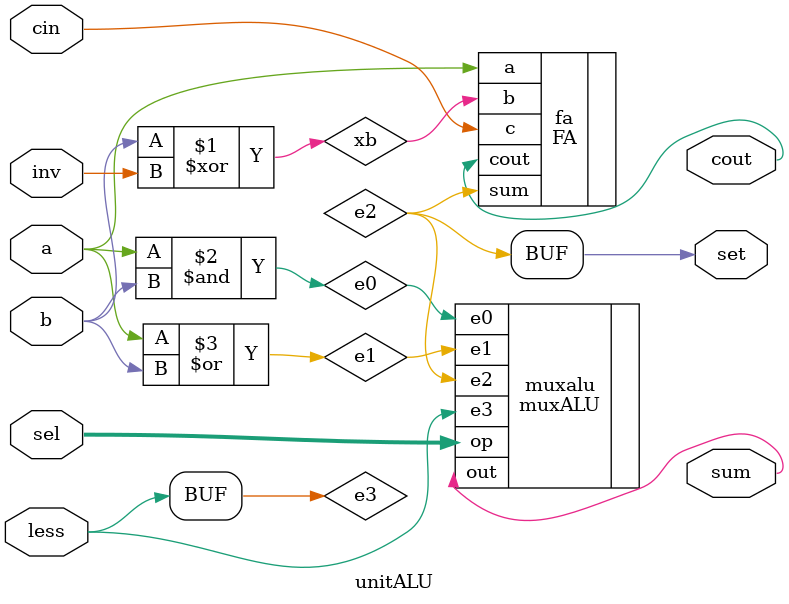
<source format=v>
`timescale 1ns/1ns
module unitALU( sum, cout, set, a, b, cin, less, sel, inv );
    input a, b, cin, less, inv;
    input [1:0] sel;
    output cout, sum, set;
	
    wire e0, e1, e2, e3, xb;
    
    xor( xb, b, inv );
    and( e0, a, b );
    or( e1, a, b );
    FA fa( .sum(e2), .cout(cout), .a(a), .b(xb), .c(cin) );
	assign set = e2;
    assign e3 = less;
	muxALU muxalu( .out(sum), .op(sel), .e0(e0), .e1(e1), .e2(e2), .e3(e3) );
	
endmodule
</source>
